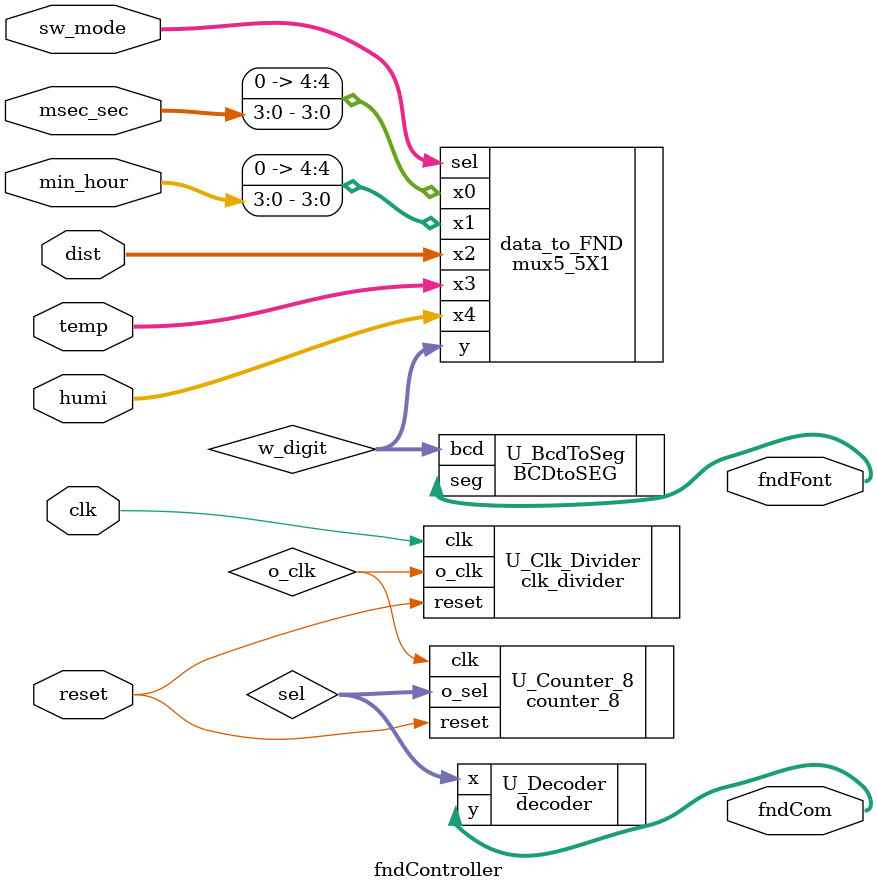
<source format=v>
`timescale 1ns / 1ps

module fndController(
    input clk,
    input reset,
    input [2:0] sw_mode,
    input [3:0] msec_sec,
    input [3:0] min_hour,
    input [4:0] temp,
    input [4:0] humi,
    input [4:0] dist,
    output [7:0] fndFont,
    output [3:0] fndCom
    );

    

    //////// 8개 fndComm selection ////////
    wire [2:0] sel;
    wire o_clk;
    clk_divider U_Clk_Divider(
        .clk(clk),
        .reset(reset),
        .o_clk(o_clk)
    );
    counter_8 U_Counter_8(
        .clk(o_clk),
        .reset(reset),
        .o_sel(sel)
    );
    decoder U_Decoder(
        .x(sel),
        .y(fndCom)
    );
    ////////////////////////////////////////
    

    ///////////////mode select///////////////
    wire [5:0] w_digit;
    //sw[0], sw[2], sw[3]
    mux5_5X1 data_to_FND(
        .sel(sw_mode),
        .x0({1'b0, msec_sec}), //000
        .x1({1'b0, min_hour}), //001
        .x2(dist), //010 
        .x3(temp),    //100
        .x4(humi),    //101
        .y(w_digit)
    );

    BCDtoSEG U_BcdToSeg(
        .bcd(w_digit),
        .seg(fndFont)
    );
    /////////////////////////////////////////





endmodule
</source>
